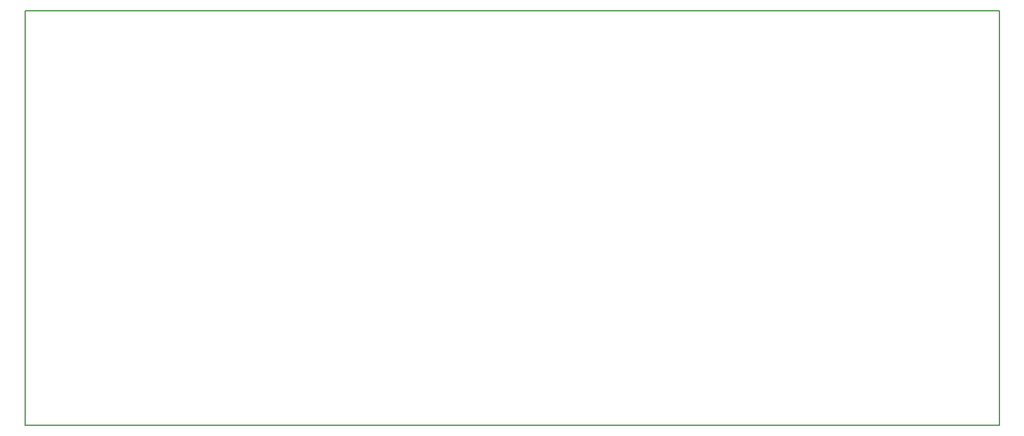
<source format=gbr>
G04 #@! TF.GenerationSoftware,KiCad,Pcbnew,5.1.5-52549c5~84~ubuntu18.04.1*
G04 #@! TF.CreationDate,2020-02-27T22:51:20+01:00*
G04 #@! TF.ProjectId,VFD,5646442e-6b69-4636-9164-5f7063625858,rev?*
G04 #@! TF.SameCoordinates,Original*
G04 #@! TF.FileFunction,Profile,NP*
%FSLAX46Y46*%
G04 Gerber Fmt 4.6, Leading zero omitted, Abs format (unit mm)*
G04 Created by KiCad (PCBNEW 5.1.5-52549c5~84~ubuntu18.04.1) date 2020-02-27 22:51:20*
%MOMM*%
%LPD*%
G04 APERTURE LIST*
%ADD10C,0.150000*%
G04 APERTURE END LIST*
D10*
X173990000Y-93472000D02*
X36322000Y-93472000D01*
X173990000Y-34798000D02*
X173990000Y-93472000D01*
X36322000Y-93472000D02*
X36322000Y-34798000D01*
X36322000Y-34798000D02*
X173990000Y-34798000D01*
M02*

</source>
